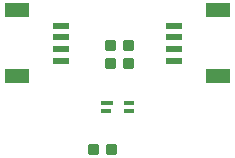
<source format=gbr>
G04 EAGLE Gerber RS-274X export*
G75*
%MOMM*%
%FSLAX34Y34*%
%LPD*%
%AMOC8*
5,1,8,0,0,1.08239X$1,22.5*%
G01*
%ADD10C,0.222250*%
%ADD11R,1.350000X0.600000*%
%ADD12R,2.000000X1.200000*%
%ADD13R,0.900000X0.350000*%
%ADD14R,1.000000X0.350000*%


D10*
X91408Y73946D02*
X98076Y73946D01*
X98076Y67278D01*
X91408Y67278D01*
X91408Y73946D01*
X91408Y69390D02*
X98076Y69390D01*
X98076Y71502D02*
X91408Y71502D01*
X91408Y73614D02*
X98076Y73614D01*
X82836Y73946D02*
X76168Y73946D01*
X82836Y73946D02*
X82836Y67278D01*
X76168Y67278D01*
X76168Y73946D01*
X76168Y69390D02*
X82836Y69390D01*
X82836Y71502D02*
X76168Y71502D01*
X76168Y73614D02*
X82836Y73614D01*
D11*
X52000Y175000D03*
X52000Y165000D03*
X52000Y155000D03*
X52000Y145000D03*
D12*
X15250Y132000D03*
X15250Y188000D03*
D11*
X148000Y145000D03*
X148000Y155000D03*
X148000Y165000D03*
X148000Y175000D03*
D12*
X184750Y188000D03*
X184750Y132000D03*
D10*
X97314Y140176D02*
X97314Y146844D01*
X97314Y140176D02*
X90646Y140176D01*
X90646Y146844D01*
X97314Y146844D01*
X97314Y142288D02*
X90646Y142288D01*
X90646Y144400D02*
X97314Y144400D01*
X97314Y146512D02*
X90646Y146512D01*
X97314Y155416D02*
X97314Y162084D01*
X97314Y155416D02*
X90646Y155416D01*
X90646Y162084D01*
X97314Y162084D01*
X97314Y157528D02*
X90646Y157528D01*
X90646Y159640D02*
X97314Y159640D01*
X97314Y161752D02*
X90646Y161752D01*
X112554Y146844D02*
X112554Y140176D01*
X105886Y140176D01*
X105886Y146844D01*
X112554Y146844D01*
X112554Y142288D02*
X105886Y142288D01*
X105886Y144400D02*
X112554Y144400D01*
X112554Y146512D02*
X105886Y146512D01*
X112554Y155416D02*
X112554Y162084D01*
X112554Y155416D02*
X105886Y155416D01*
X105886Y162084D01*
X112554Y162084D01*
X112554Y157528D02*
X105886Y157528D01*
X105886Y159640D02*
X112554Y159640D01*
X112554Y161752D02*
X105886Y161752D01*
D13*
X109500Y102430D03*
X90500Y102430D03*
X109500Y109430D03*
D14*
X91000Y109430D03*
M02*

</source>
